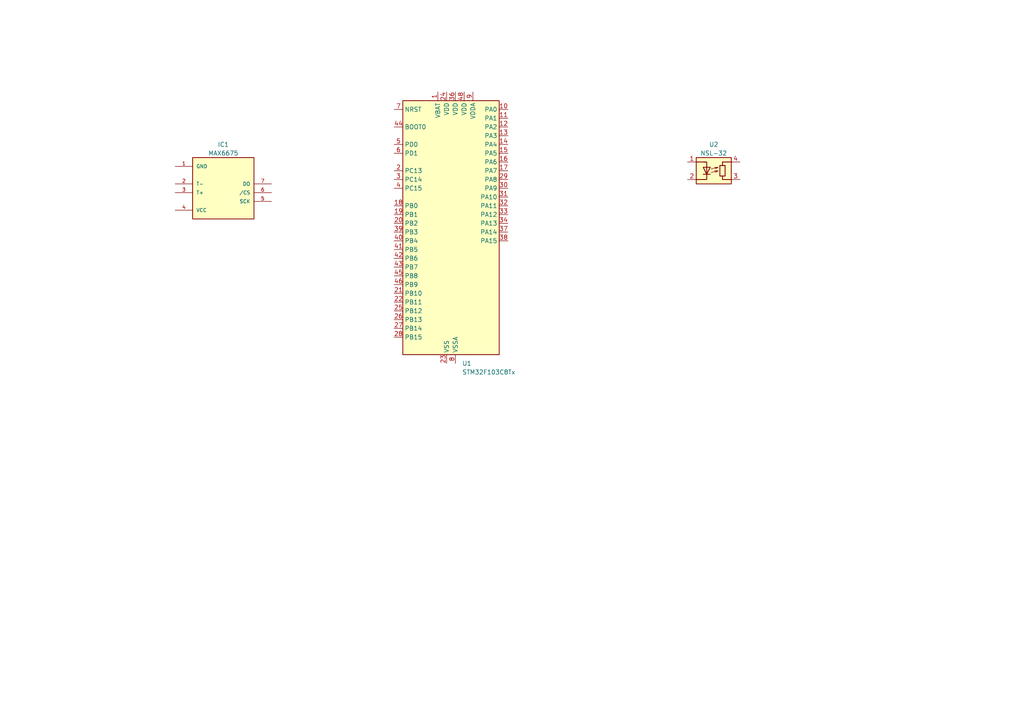
<source format=kicad_sch>
(kicad_sch (version 20230121) (generator eeschema)
  (paper "A4")
  (lib_symbols
    (symbol "Isolator:NSL-32" (pin_names (offset 0.762) hide)
      (property "Reference" "U" (at 0 5.08 0))
      (property "Value" "NSL-32" (at 0 -5.08 0))
      (symbol "NSL-32_0_1"
        (rectangle (start -5.08 3.81) (end 5.08 -3.81) (stroke (width 0.254)) (fill (type background)))
        (polyline (pts (xy -5.08 2.54) (xy -2.54 2.54)) (stroke (width 0.254)))
        (polyline (pts (xy -2.794 -2.54) (xy -5.08 -2.54)) (stroke (width 0.254)))
        (polyline (pts (xy -1.016 -1.016) (xy -3.048 -1.016) (xy -3.048 -1.016)) (stroke (width 0.254)))
        (polyline (pts (xy -0.762 -0.508) (xy 1.27 0) (xy 1.27 0)))
        (polyline (pts (xy -0.762 0.508) (xy 1.27 1.016) (xy 1.27 1.016)))
        (polyline (pts (xy 2.54 -1.524) (xy 2.54 -2.54) (xy 5.08 -2.54)) (stroke (width 0.254)))
        (polyline (pts (xy 2.54 1.524) (xy 2.54 2.54) (xy 5.08 2.54)) (stroke (width 0.254)))
        (polyline (pts (xy -2.794 -2.54) (xy -2.032 -2.54) (xy -2.032 2.54) (xy -2.794 2.54)) (stroke (width 0.254)))
        (polyline (pts (xy 0.254 0) (xy 1.27 0) (xy 0.508 -0.508) (xy 0.508 -0.508)))
        (polyline (pts (xy 0.254 1.016) (xy 1.27 1.016) (xy 0.508 0.508) (xy 0.508 0.508)))
        (polyline (pts (xy -1.016 1.016) (xy -3.048 1.016) (xy -2.032 -1.016) (xy -1.016 1.016) (xy -1.016 1.016) (xy -1.016 1.016)) (stroke (width 0.254)))
        (rectangle (start 1.778 1.524) (end 3.302 -1.524) (stroke (width 0.254)))
      )
      (symbol "NSL-32_1_1"
        (pin passive line (at -7.62 2.54 0) (length 2.54) (name "A") (number "1"))
        (pin passive line (at -7.62 -2.54 0) (length 2.54) (name "K") (number "2"))
        (pin passive line (at 7.62 -2.54 180) (length 2.54) (name "R") (number "3"))
        (pin passive line (at 7.62 2.54 180) (length 2.54) (name "R") (number "4"))
      )
    )
    (symbol "MAX6675:MAX6675" (pin_names (offset 1.016))
      (property "Reference" "IC" (at 10.16 7.62 0))
      (property "Value" "MAX6675" (at -7.62 -15.24 0))
      (symbol "MAX6675_0_0"
        (rectangle (start -7.62 -12.7) (end 10.16 5.08) (stroke (width 0.254)) (fill (type background)))
        (pin power_in line (at -12.7 2.54 0) (length 5.08) (name "GND") (number "1"))
        (pin input line (at -12.7 -2.54 0) (length 5.08) (name "T-") (number "2"))
        (pin input line (at -12.7 -5.08 0) (length 5.08) (name "T+") (number "3"))
        (pin power_in line (at -12.7 -10.16 0) (length 5.08) (name "VCC") (number "4"))
        (pin input line (at 15.24 -7.62 180) (length 5.08) (name "SCK") (number "5"))
        (pin input line (at 15.24 -5.08 180) (length 5.08) (name "/CS") (number "6"))
        (pin output line (at 15.24 -2.54 180) (length 5.08) (name "DO") (number "7"))
      )
    )
    (symbol "MCU_ST_STM32F1:STM32F103C8Tx"
      (property "Reference" "U" (at -12.7 39.37 0))
      (property "Value" "STM32F103C8Tx" (at 10.16 39.37 0))
      (symbol "STM32F103C8Tx_0_1"
        (rectangle (start -12.7 -35.56) (end 15.24 38.1) (stroke (width 0.254)) (fill (type background)))
      )
      (symbol "STM32F103C8Tx_1_1"
        (pin power_in line (at -2.54 40.64 270) (length 2.54) (name "VBAT") (number "1"))
        (pin bidirectional line (at 17.78 35.56 180) (length 2.54) (name "PA0") (number "10"))
        (pin bidirectional line (at 17.78 33.02 180) (length 2.54) (name "PA1") (number "11"))
        (pin bidirectional line (at 17.78 30.48 180) (length 2.54) (name "PA2") (number "12"))
        (pin bidirectional line (at 17.78 27.94 180) (length 2.54) (name "PA3") (number "13"))
        (pin bidirectional line (at 17.78 25.4 180) (length 2.54) (name "PA4") (number "14"))
        (pin bidirectional line (at 17.78 22.86 180) (length 2.54) (name "PA5") (number "15"))
        (pin bidirectional line (at 17.78 20.32 180) (length 2.54) (name "PA6") (number "16"))
        (pin bidirectional line (at 17.78 17.78 180) (length 2.54) (name "PA7") (number "17"))
        (pin bidirectional line (at -15.24 7.62 0) (length 2.54) (name "PB0") (number "18"))
        (pin bidirectional line (at -15.24 5.08 0) (length 2.54) (name "PB1") (number "19"))
        (pin bidirectional line (at -15.24 17.78 0) (length 2.54) (name "PC13") (number "2"))
        (pin bidirectional line (at -15.24 2.54 0) (length 2.54) (name "PB2") (number "20"))
        (pin bidirectional line (at -15.24 -17.78 0) (length 2.54) (name "PB10") (number "21"))
        (pin bidirectional line (at -15.24 -20.32 0) (length 2.54) (name "PB11") (number "22"))
        (pin power_in line (at 0 -38.1 90) (length 2.54) (name "VSS") (number "23"))
        (pin power_in line (at 0 40.64 270) (length 2.54) (name "VDD") (number "24"))
        (pin bidirectional line (at -15.24 -22.86 0) (length 2.54) (name "PB12") (number "25"))
        (pin bidirectional line (at -15.24 -25.4 0) (length 2.54) (name "PB13") (number "26"))
        (pin bidirectional line (at -15.24 -27.94 0) (length 2.54) (name "PB14") (number "27"))
        (pin bidirectional line (at -15.24 -30.48 0) (length 2.54) (name "PB15") (number "28"))
        (pin bidirectional line (at 17.78 15.24 180) (length 2.54) (name "PA8") (number "29"))
        (pin bidirectional line (at -15.24 15.24 0) (length 2.54) (name "PC14") (number "3"))
        (pin bidirectional line (at 17.78 12.7 180) (length 2.54) (name "PA9") (number "30"))
        (pin bidirectional line (at 17.78 10.16 180) (length 2.54) (name "PA10") (number "31"))
        (pin bidirectional line (at 17.78 7.62 180) (length 2.54) (name "PA11") (number "32"))
        (pin bidirectional line (at 17.78 5.08 180) (length 2.54) (name "PA12") (number "33"))
        (pin bidirectional line (at 17.78 2.54 180) (length 2.54) (name "PA13") (number "34"))
        (pin passive line (at 0 -38.1 90) (length 2.54) hide (name "VSS") (number "35"))
        (pin power_in line (at 2.54 40.64 270) (length 2.54) (name "VDD") (number "36"))
        (pin bidirectional line (at 17.78 0 180) (length 2.54) (name "PA14") (number "37"))
        (pin bidirectional line (at 17.78 -2.54 180) (length 2.54) (name "PA15") (number "38"))
        (pin bidirectional line (at -15.24 0 0) (length 2.54) (name "PB3") (number "39"))
        (pin bidirectional line (at -15.24 12.7 0) (length 2.54) (name "PC15") (number "4"))
        (pin bidirectional line (at -15.24 -2.54 0) (length 2.54) (name "PB4") (number "40"))
        (pin bidirectional line (at -15.24 -5.08 0) (length 2.54) (name "PB5") (number "41"))
        (pin bidirectional line (at -15.24 -7.62 0) (length 2.54) (name "PB6") (number "42"))
        (pin bidirectional line (at -15.24 -10.16 0) (length 2.54) (name "PB7") (number "43"))
        (pin input line (at -15.24 30.48 0) (length 2.54) (name "BOOT0") (number "44"))
        (pin bidirectional line (at -15.24 -12.7 0) (length 2.54) (name "PB8") (number "45"))
        (pin bidirectional line (at -15.24 -15.24 0) (length 2.54) (name "PB9") (number "46"))
        (pin passive line (at 0 -38.1 90) (length 2.54) hide (name "VSS") (number "47"))
        (pin power_in line (at 5.08 40.64 270) (length 2.54) (name "VDD") (number "48"))
        (pin bidirectional line (at -15.24 25.4 0) (length 2.54) (name "PD0") (number "5"))
        (pin bidirectional line (at -15.24 22.86 0) (length 2.54) (name "PD1") (number "6"))
        (pin input line (at -15.24 35.56 0) (length 2.54) (name "NRST") (number "7"))
        (pin power_in line (at 2.54 -38.1 90) (length 2.54) (name "VSSA") (number "8"))
        (pin power_in line (at 7.62 40.64 270) (length 2.54) (name "VDDA") (number "9"))
      )
    )
  )
  (symbol (lib_id "MAX6675:MAX6675") (at 63.5 50.8 0) (unit 1)
    (property "Reference" "IC1" (at 64.77 41.91 0))
    (property "Value" "MAX6675" (at 64.77 44.45 0))
    (property "Footprint" "SO08" (effects hide))
  )
  (symbol (lib_id "MCU_ST_STM32F1:STM32F103C8Tx") (at 129.54 67.31 0) (unit 1)
    (property "Reference" "U1" (at 134.0359 105.41 0) (effects (justify left)))
    (property "Value" "STM32F103C8Tx" (at 134.0359 107.95 0) (effects (justify left)))
    (property "Footprint" "Package_QFP:LQFP-48_7x7mm_P0.5mm" (effects hide))
    (property "Datasheet" "https://www.st.com/resource/en/datasheet/stm32f103c8.pdf" (effects hide))
  )
  (symbol (lib_id "Isolator:NSL-32") (at 207.01 49.53 0) (unit 1)
    (property "Reference" "U2" (at 207.01 41.91 0))
    (property "Value" "NSL-32" (at 207.01 44.45 0))
    (property "Footprint" "OptoDevice:Luna_NSL-32" (effects hide))
    (property "Datasheet" "http://lunainc.com/wp-content/uploads/2016/06/NSL-32.pdf" (effects hide))
  )
)
</source>
